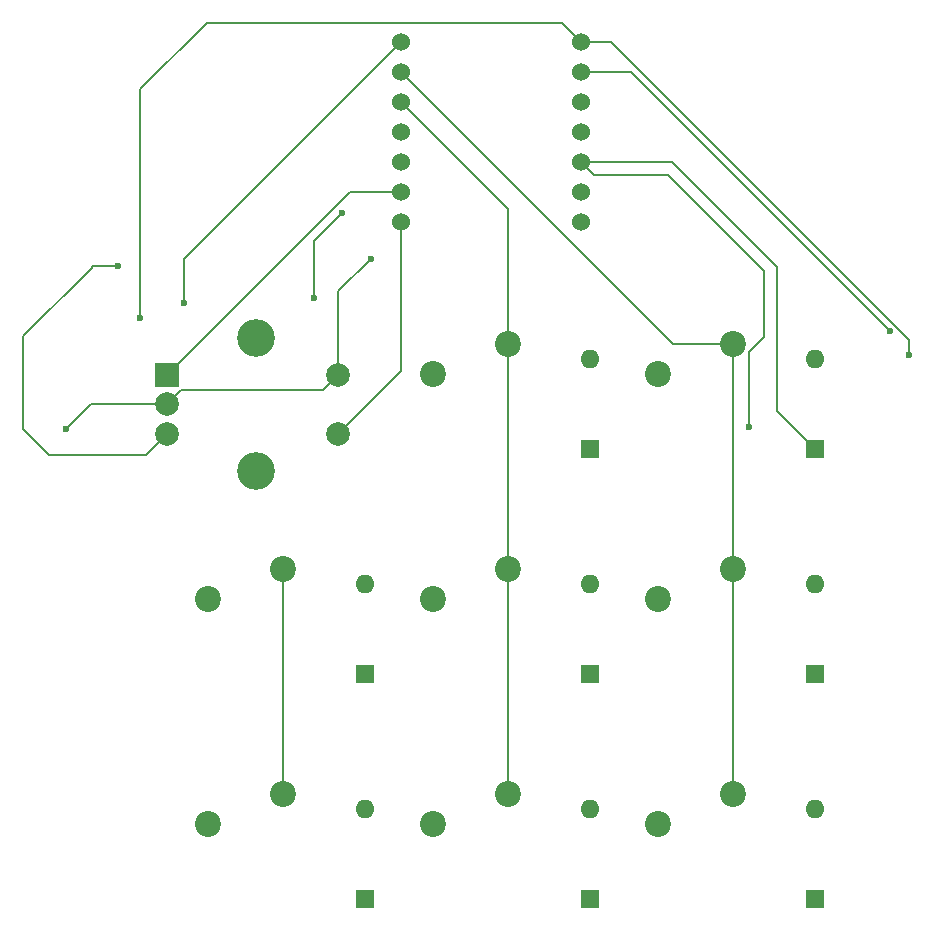
<source format=gbr>
%TF.GenerationSoftware,KiCad,Pcbnew,8.0.8*%
%TF.CreationDate,2025-02-20T21:51:01-07:00*%
%TF.ProjectId,my actual macropad,6d792061-6374-4756-916c-206d6163726f,rev?*%
%TF.SameCoordinates,Original*%
%TF.FileFunction,Copper,L2,Bot*%
%TF.FilePolarity,Positive*%
%FSLAX46Y46*%
G04 Gerber Fmt 4.6, Leading zero omitted, Abs format (unit mm)*
G04 Created by KiCad (PCBNEW 8.0.8) date 2025-02-20 21:51:01*
%MOMM*%
%LPD*%
G01*
G04 APERTURE LIST*
%TA.AperFunction,ComponentPad*%
%ADD10C,1.524000*%
%TD*%
%TA.AperFunction,ComponentPad*%
%ADD11C,2.200000*%
%TD*%
%TA.AperFunction,ComponentPad*%
%ADD12R,2.000000X2.000000*%
%TD*%
%TA.AperFunction,ComponentPad*%
%ADD13C,2.000000*%
%TD*%
%TA.AperFunction,ComponentPad*%
%ADD14C,3.200000*%
%TD*%
%TA.AperFunction,ComponentPad*%
%ADD15R,1.600000X1.600000*%
%TD*%
%TA.AperFunction,ComponentPad*%
%ADD16O,1.600000X1.600000*%
%TD*%
%TA.AperFunction,ViaPad*%
%ADD17C,0.600000*%
%TD*%
%TA.AperFunction,Conductor*%
%ADD18C,0.200000*%
%TD*%
G04 APERTURE END LIST*
D10*
%TO.P,U1,1,GPIO26/ADC0/A0*%
%TO.N,Net-(D1-DIN)*%
X124455000Y-71736250D03*
%TO.P,U1,2,GPIO27/ADC1/A1*%
%TO.N,Net-(U1-GPIO27{slash}ADC1{slash}A1)*%
X124455000Y-74276250D03*
%TO.P,U1,3,GPIO28/ADC2/A2*%
%TO.N,Net-(U1-GPIO28{slash}ADC2{slash}A2)*%
X124455000Y-76816250D03*
%TO.P,U1,4,GPIO29/ADC3/A3*%
%TO.N,Net-(U1-GPIO29{slash}ADC3{slash}A3)*%
X124455000Y-79356250D03*
%TO.P,U1,5,GPIO6/SDA*%
%TO.N,Net-(U1-GPIO6{slash}SDA)*%
X124455000Y-81896250D03*
%TO.P,U1,6,GPIO7/SCL*%
%TO.N,Net-(U1-GPIO7{slash}SCL)*%
X124455000Y-84436250D03*
%TO.P,U1,7,GPIO0/TX*%
%TO.N,Net-(U1-GPIO0{slash}TX)*%
X124455000Y-86976250D03*
%TO.P,U1,8,GPIO1/RX*%
%TO.N,Net-(D10-K)*%
X139695000Y-86976250D03*
%TO.P,U1,9,GPIO2/SCK*%
%TO.N,Net-(D7-K)*%
X139695000Y-84436250D03*
%TO.P,U1,10,GPIO4/MISO*%
%TO.N,Net-(D5-K)*%
X139695000Y-81896250D03*
%TO.P,U1,11,GPIO3/MOSI*%
%TO.N,unconnected-(U1-GPIO3{slash}MOSI-Pad11)*%
X139695000Y-79356250D03*
%TO.P,U1,12,3V3*%
%TO.N,unconnected-(U1-3V3-Pad12)*%
X139695000Y-76816250D03*
%TO.P,U1,13,GND*%
%TO.N,GND*%
X139695000Y-74276250D03*
%TO.P,U1,14,VBUS*%
%TO.N,+5V*%
X139695000Y-71736250D03*
%TD*%
D11*
%TO.P,SW9,1,1*%
%TO.N,Net-(U1-GPIO27{slash}ADC1{slash}A1)*%
X152558750Y-135413750D03*
%TO.P,SW9,2,2*%
%TO.N,Net-(D12-A)*%
X146208750Y-137953750D03*
%TD*%
%TO.P,SW8,1,1*%
%TO.N,Net-(U1-GPIO28{slash}ADC2{slash}A2)*%
X133508750Y-135413750D03*
%TO.P,SW8,2,2*%
%TO.N,Net-(D11-A)*%
X127158750Y-137953750D03*
%TD*%
%TO.P,SW7,1,1*%
%TO.N,Net-(U1-GPIO29{slash}ADC3{slash}A3)*%
X114458750Y-135413750D03*
%TO.P,SW7,2,2*%
%TO.N,Net-(D10-A)*%
X108108750Y-137953750D03*
%TD*%
%TO.P,SW6,1,1*%
%TO.N,Net-(U1-GPIO27{slash}ADC1{slash}A1)*%
X152558750Y-116363750D03*
%TO.P,SW6,2,2*%
%TO.N,Net-(D7-A)*%
X146208750Y-118903750D03*
%TD*%
%TO.P,SW5,1,1*%
%TO.N,Net-(U1-GPIO28{slash}ADC2{slash}A2)*%
X133508750Y-116363750D03*
%TO.P,SW5,2,2*%
%TO.N,Net-(D8-A)*%
X127158750Y-118903750D03*
%TD*%
%TO.P,SW4,1,1*%
%TO.N,Net-(U1-GPIO27{slash}ADC1{slash}A1)*%
X152558750Y-97313750D03*
%TO.P,SW4,2,2*%
%TO.N,Net-(D5-A)*%
X146208750Y-99853750D03*
%TD*%
%TO.P,SW3,1,1*%
%TO.N,Net-(U1-GPIO28{slash}ADC2{slash}A2)*%
X133508750Y-97313750D03*
%TO.P,SW3,2,2*%
%TO.N,Net-(D6-A)*%
X127158750Y-99853750D03*
%TD*%
%TO.P,SW2,1,1*%
%TO.N,Net-(U1-GPIO29{slash}ADC3{slash}A3)*%
X114458750Y-116363750D03*
%TO.P,SW2,2,2*%
%TO.N,Net-(D9-A)*%
X108108750Y-118903750D03*
%TD*%
D12*
%TO.P,SW1,A,A*%
%TO.N,Net-(U1-GPIO7{slash}SCL)*%
X104668750Y-99893750D03*
D13*
%TO.P,SW1,B,B*%
%TO.N,Net-(U1-GPIO6{slash}SDA)*%
X104668750Y-104893750D03*
%TO.P,SW1,C,C*%
%TO.N,GND*%
X104668750Y-102393750D03*
D14*
%TO.P,SW1,MP*%
%TO.N,N/C*%
X112168750Y-96793750D03*
X112168750Y-107993750D03*
D13*
%TO.P,SW1,S1,S1*%
%TO.N,Net-(U1-GPIO0{slash}TX)*%
X119168750Y-104893750D03*
%TO.P,SW1,S2,S2*%
%TO.N,GND*%
X119168750Y-99893750D03*
%TD*%
D15*
%TO.P,D11,1,K*%
%TO.N,Net-(D10-K)*%
X140493750Y-144303750D03*
D16*
%TO.P,D11,2,A*%
%TO.N,Net-(D11-A)*%
X140493750Y-136683750D03*
%TD*%
D15*
%TO.P,D9,1,K*%
%TO.N,Net-(D7-K)*%
X121443750Y-125253750D03*
D16*
%TO.P,D9,2,A*%
%TO.N,Net-(D9-A)*%
X121443750Y-117633750D03*
%TD*%
%TO.P,D6,2,A*%
%TO.N,Net-(D6-A)*%
X140493750Y-98583750D03*
D15*
%TO.P,D6,1,K*%
%TO.N,Net-(D5-K)*%
X140493750Y-106203750D03*
%TD*%
%TO.P,D7,1,K*%
%TO.N,Net-(D7-K)*%
X159543750Y-125253750D03*
D16*
%TO.P,D7,2,A*%
%TO.N,Net-(D7-A)*%
X159543750Y-117633750D03*
%TD*%
D15*
%TO.P,D5,1,K*%
%TO.N,Net-(D5-K)*%
X159543750Y-106203750D03*
D16*
%TO.P,D5,2,A*%
%TO.N,Net-(D5-A)*%
X159543750Y-98583750D03*
%TD*%
D15*
%TO.P,D12,1,K*%
%TO.N,Net-(D10-K)*%
X159543750Y-144303750D03*
D16*
%TO.P,D12,2,A*%
%TO.N,Net-(D12-A)*%
X159543750Y-136683750D03*
%TD*%
D15*
%TO.P,D8,1,K*%
%TO.N,Net-(D7-K)*%
X140493750Y-125253750D03*
D16*
%TO.P,D8,2,A*%
%TO.N,Net-(D8-A)*%
X140493750Y-117633750D03*
%TD*%
D15*
%TO.P,D10,1,K*%
%TO.N,Net-(D10-K)*%
X121443750Y-144303750D03*
D16*
%TO.P,D10,2,A*%
%TO.N,Net-(D10-A)*%
X121443750Y-136683750D03*
%TD*%
D17*
%TO.N,Net-(D5-K)*%
X153900000Y-104300000D03*
%TO.N,Net-(U1-GPIO6{slash}SDA)*%
X100500000Y-90700000D03*
%TO.N,Net-(U1-GPIO29{slash}ADC3{slash}A3)*%
X119500000Y-86200000D03*
X117100000Y-93400000D03*
%TO.N,GND*%
X121900000Y-90100000D03*
%TO.N,+5V*%
X102400000Y-95100000D03*
%TO.N,Net-(D1-DIN)*%
X106100000Y-93800000D03*
%TO.N,GND*%
X96100000Y-104500000D03*
%TO.N,+5V*%
X167500000Y-98200000D03*
%TO.N,GND*%
X165900000Y-96200000D03*
%TD*%
D18*
%TO.N,Net-(D5-K)*%
X153898750Y-104298750D02*
X153900000Y-104300000D01*
X155200000Y-96652399D02*
X153898750Y-97953649D01*
X147100000Y-83000000D02*
X155200000Y-91100000D01*
X141300000Y-83000000D02*
X147100000Y-83000000D01*
X140798750Y-83000000D02*
X141300000Y-83000000D01*
X155200000Y-91100000D02*
X155200000Y-96652399D01*
X153898750Y-97953649D02*
X153898750Y-104298750D01*
X139695000Y-81896250D02*
X140798750Y-83000000D01*
X156298750Y-90798750D02*
X156298750Y-102958750D01*
X156298750Y-102958750D02*
X159543750Y-106203750D01*
X147396250Y-81896250D02*
X156298750Y-90798750D01*
X139695000Y-81896250D02*
X147396250Y-81896250D01*
%TO.N,Net-(U1-GPIO6{slash}SDA)*%
X98200000Y-90900000D02*
X98400000Y-90700000D01*
X92500000Y-104500000D02*
X92500000Y-96600000D01*
X102300000Y-106700000D02*
X94700000Y-106700000D01*
X98400000Y-90700000D02*
X100500000Y-90700000D01*
X94700000Y-106700000D02*
X92500000Y-104500000D01*
X102862500Y-106700000D02*
X102300000Y-106700000D01*
X92500000Y-96600000D02*
X98200000Y-90900000D01*
X104668750Y-104893750D02*
X102862500Y-106700000D01*
%TO.N,Net-(U1-GPIO29{slash}ADC3{slash}A3)*%
X117100000Y-93400000D02*
X117100000Y-88600000D01*
X117100000Y-88600000D02*
X119500000Y-86200000D01*
%TO.N,GND*%
X119168750Y-92831250D02*
X121900000Y-90100000D01*
X119168750Y-99893750D02*
X119168750Y-92831250D01*
%TO.N,+5V*%
X108000000Y-70100000D02*
X138058750Y-70100000D01*
X102400000Y-95100000D02*
X102400000Y-75700000D01*
X138058750Y-70100000D02*
X139695000Y-71736250D01*
X102400000Y-75700000D02*
X108000000Y-70100000D01*
%TO.N,Net-(U1-GPIO7{slash}SCL)*%
X120126250Y-84436250D02*
X124455000Y-84436250D01*
X104668750Y-99893750D02*
X120126250Y-84436250D01*
%TO.N,Net-(D1-DIN)*%
X106100000Y-93800000D02*
X106100000Y-90091250D01*
X106100000Y-90091250D02*
X124455000Y-71736250D01*
%TO.N,GND*%
X98206250Y-102393750D02*
X96100000Y-104500000D01*
X104668750Y-102393750D02*
X98206250Y-102393750D01*
X105868750Y-101193750D02*
X104668750Y-102393750D01*
X117868750Y-101193750D02*
X105868750Y-101193750D01*
X119168750Y-99893750D02*
X117868750Y-101193750D01*
%TO.N,Net-(U1-GPIO0{slash}TX)*%
X124455000Y-99607500D02*
X124455000Y-86976250D01*
X119168750Y-104893750D02*
X124455000Y-99607500D01*
%TO.N,Net-(U1-GPIO28{slash}ADC2{slash}A2)*%
X133508750Y-85870000D02*
X124455000Y-76816250D01*
X133508750Y-97313750D02*
X133508750Y-85870000D01*
%TO.N,Net-(U1-GPIO27{slash}ADC1{slash}A1)*%
X147492500Y-97313750D02*
X124455000Y-74276250D01*
X152558750Y-97313750D02*
X147492500Y-97313750D01*
%TO.N,+5V*%
X142284779Y-71736250D02*
X139695000Y-71736250D01*
X167500000Y-96951471D02*
X142284779Y-71736250D01*
X167500000Y-98200000D02*
X167500000Y-96951471D01*
%TO.N,GND*%
X165900000Y-96200000D02*
X143976250Y-74276250D01*
X143976250Y-74276250D02*
X139695000Y-74276250D01*
%TO.N,Net-(U1-GPIO29{slash}ADC3{slash}A3)*%
X114458750Y-116363750D02*
X114458750Y-135413750D01*
%TO.N,Net-(U1-GPIO27{slash}ADC1{slash}A1)*%
X152558750Y-97313750D02*
X152558750Y-135413750D01*
%TO.N,Net-(U1-GPIO28{slash}ADC2{slash}A2)*%
X133508750Y-97313750D02*
X133508750Y-135413750D01*
%TD*%
M02*

</source>
